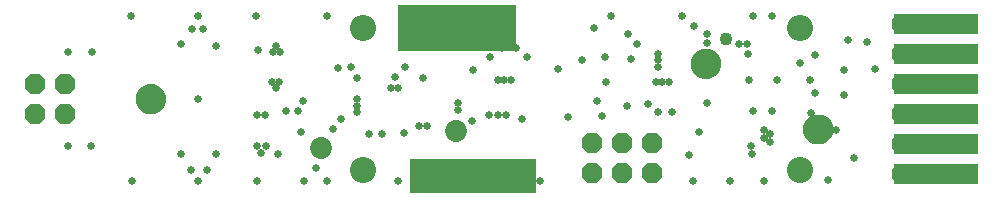
<source format=gbs>
G75*
%MOIN*%
%OFA0B0*%
%FSLAX25Y25*%
%IPPOS*%
%LPD*%
%AMOC8*
5,1,8,0,0,1.08239X$1,22.5*
%
%ADD10R,0.42126X0.11811*%
%ADD11R,0.39370X0.15748*%
%ADD12R,0.28465X0.06772*%
%ADD13OC8,0.06800*%
%ADD14C,0.04343*%
%ADD15C,0.02584*%
%ADD16C,0.04921*%
%ADD17C,0.08674*%
%ADD18C,0.02600*%
%ADD19C,0.07296*%
D10*
X0152442Y0007299D03*
D11*
X0147127Y0056512D03*
D12*
X0306753Y0057850D03*
X0306753Y0047850D03*
X0306753Y0037850D03*
X0306753Y0027850D03*
X0306753Y0017850D03*
X0306753Y0007850D03*
D13*
X0305355Y0007890D03*
X0295355Y0007890D03*
X0295355Y0017890D03*
X0305355Y0017890D03*
X0305355Y0027890D03*
X0295355Y0027890D03*
X0295355Y0037890D03*
X0305355Y0037890D03*
X0305355Y0047890D03*
X0295355Y0047890D03*
X0295355Y0057890D03*
X0305355Y0057890D03*
X0211851Y0018205D03*
X0201851Y0018205D03*
X0191851Y0018205D03*
X0191851Y0008205D03*
X0201851Y0008205D03*
X0211851Y0008205D03*
X0016300Y0027890D03*
X0006300Y0027890D03*
X0006300Y0037890D03*
X0016300Y0037890D03*
D14*
X0236694Y0052969D03*
D15*
X0205001Y0046079D03*
X0192796Y0056512D03*
X0107166Y0043126D03*
X0087481Y0014583D03*
D16*
X0042304Y0032890D02*
X0042306Y0032989D01*
X0042312Y0033088D01*
X0042322Y0033187D01*
X0042336Y0033285D01*
X0042354Y0033382D01*
X0042376Y0033479D01*
X0042401Y0033575D01*
X0042431Y0033669D01*
X0042464Y0033763D01*
X0042501Y0033855D01*
X0042542Y0033945D01*
X0042586Y0034034D01*
X0042634Y0034120D01*
X0042685Y0034205D01*
X0042740Y0034288D01*
X0042798Y0034368D01*
X0042859Y0034446D01*
X0042923Y0034522D01*
X0042990Y0034595D01*
X0043060Y0034665D01*
X0043133Y0034732D01*
X0043209Y0034796D01*
X0043287Y0034857D01*
X0043367Y0034915D01*
X0043450Y0034970D01*
X0043534Y0035021D01*
X0043621Y0035069D01*
X0043710Y0035113D01*
X0043800Y0035154D01*
X0043892Y0035191D01*
X0043986Y0035224D01*
X0044080Y0035254D01*
X0044176Y0035279D01*
X0044273Y0035301D01*
X0044370Y0035319D01*
X0044468Y0035333D01*
X0044567Y0035343D01*
X0044666Y0035349D01*
X0044765Y0035351D01*
X0044864Y0035349D01*
X0044963Y0035343D01*
X0045062Y0035333D01*
X0045160Y0035319D01*
X0045257Y0035301D01*
X0045354Y0035279D01*
X0045450Y0035254D01*
X0045544Y0035224D01*
X0045638Y0035191D01*
X0045730Y0035154D01*
X0045820Y0035113D01*
X0045909Y0035069D01*
X0045995Y0035021D01*
X0046080Y0034970D01*
X0046163Y0034915D01*
X0046243Y0034857D01*
X0046321Y0034796D01*
X0046397Y0034732D01*
X0046470Y0034665D01*
X0046540Y0034595D01*
X0046607Y0034522D01*
X0046671Y0034446D01*
X0046732Y0034368D01*
X0046790Y0034288D01*
X0046845Y0034205D01*
X0046896Y0034121D01*
X0046944Y0034034D01*
X0046988Y0033945D01*
X0047029Y0033855D01*
X0047066Y0033763D01*
X0047099Y0033669D01*
X0047129Y0033575D01*
X0047154Y0033479D01*
X0047176Y0033382D01*
X0047194Y0033285D01*
X0047208Y0033187D01*
X0047218Y0033088D01*
X0047224Y0032989D01*
X0047226Y0032890D01*
X0047224Y0032791D01*
X0047218Y0032692D01*
X0047208Y0032593D01*
X0047194Y0032495D01*
X0047176Y0032398D01*
X0047154Y0032301D01*
X0047129Y0032205D01*
X0047099Y0032111D01*
X0047066Y0032017D01*
X0047029Y0031925D01*
X0046988Y0031835D01*
X0046944Y0031746D01*
X0046896Y0031660D01*
X0046845Y0031575D01*
X0046790Y0031492D01*
X0046732Y0031412D01*
X0046671Y0031334D01*
X0046607Y0031258D01*
X0046540Y0031185D01*
X0046470Y0031115D01*
X0046397Y0031048D01*
X0046321Y0030984D01*
X0046243Y0030923D01*
X0046163Y0030865D01*
X0046080Y0030810D01*
X0045996Y0030759D01*
X0045909Y0030711D01*
X0045820Y0030667D01*
X0045730Y0030626D01*
X0045638Y0030589D01*
X0045544Y0030556D01*
X0045450Y0030526D01*
X0045354Y0030501D01*
X0045257Y0030479D01*
X0045160Y0030461D01*
X0045062Y0030447D01*
X0044963Y0030437D01*
X0044864Y0030431D01*
X0044765Y0030429D01*
X0044666Y0030431D01*
X0044567Y0030437D01*
X0044468Y0030447D01*
X0044370Y0030461D01*
X0044273Y0030479D01*
X0044176Y0030501D01*
X0044080Y0030526D01*
X0043986Y0030556D01*
X0043892Y0030589D01*
X0043800Y0030626D01*
X0043710Y0030667D01*
X0043621Y0030711D01*
X0043535Y0030759D01*
X0043450Y0030810D01*
X0043367Y0030865D01*
X0043287Y0030923D01*
X0043209Y0030984D01*
X0043133Y0031048D01*
X0043060Y0031115D01*
X0042990Y0031185D01*
X0042923Y0031258D01*
X0042859Y0031334D01*
X0042798Y0031412D01*
X0042740Y0031492D01*
X0042685Y0031575D01*
X0042634Y0031659D01*
X0042586Y0031746D01*
X0042542Y0031835D01*
X0042501Y0031925D01*
X0042464Y0032017D01*
X0042431Y0032111D01*
X0042401Y0032205D01*
X0042376Y0032301D01*
X0042354Y0032398D01*
X0042336Y0032495D01*
X0042322Y0032593D01*
X0042312Y0032692D01*
X0042306Y0032791D01*
X0042304Y0032890D01*
X0227343Y0044701D02*
X0227345Y0044800D01*
X0227351Y0044899D01*
X0227361Y0044998D01*
X0227375Y0045096D01*
X0227393Y0045193D01*
X0227415Y0045290D01*
X0227440Y0045386D01*
X0227470Y0045480D01*
X0227503Y0045574D01*
X0227540Y0045666D01*
X0227581Y0045756D01*
X0227625Y0045845D01*
X0227673Y0045931D01*
X0227724Y0046016D01*
X0227779Y0046099D01*
X0227837Y0046179D01*
X0227898Y0046257D01*
X0227962Y0046333D01*
X0228029Y0046406D01*
X0228099Y0046476D01*
X0228172Y0046543D01*
X0228248Y0046607D01*
X0228326Y0046668D01*
X0228406Y0046726D01*
X0228489Y0046781D01*
X0228573Y0046832D01*
X0228660Y0046880D01*
X0228749Y0046924D01*
X0228839Y0046965D01*
X0228931Y0047002D01*
X0229025Y0047035D01*
X0229119Y0047065D01*
X0229215Y0047090D01*
X0229312Y0047112D01*
X0229409Y0047130D01*
X0229507Y0047144D01*
X0229606Y0047154D01*
X0229705Y0047160D01*
X0229804Y0047162D01*
X0229903Y0047160D01*
X0230002Y0047154D01*
X0230101Y0047144D01*
X0230199Y0047130D01*
X0230296Y0047112D01*
X0230393Y0047090D01*
X0230489Y0047065D01*
X0230583Y0047035D01*
X0230677Y0047002D01*
X0230769Y0046965D01*
X0230859Y0046924D01*
X0230948Y0046880D01*
X0231034Y0046832D01*
X0231119Y0046781D01*
X0231202Y0046726D01*
X0231282Y0046668D01*
X0231360Y0046607D01*
X0231436Y0046543D01*
X0231509Y0046476D01*
X0231579Y0046406D01*
X0231646Y0046333D01*
X0231710Y0046257D01*
X0231771Y0046179D01*
X0231829Y0046099D01*
X0231884Y0046016D01*
X0231935Y0045932D01*
X0231983Y0045845D01*
X0232027Y0045756D01*
X0232068Y0045666D01*
X0232105Y0045574D01*
X0232138Y0045480D01*
X0232168Y0045386D01*
X0232193Y0045290D01*
X0232215Y0045193D01*
X0232233Y0045096D01*
X0232247Y0044998D01*
X0232257Y0044899D01*
X0232263Y0044800D01*
X0232265Y0044701D01*
X0232263Y0044602D01*
X0232257Y0044503D01*
X0232247Y0044404D01*
X0232233Y0044306D01*
X0232215Y0044209D01*
X0232193Y0044112D01*
X0232168Y0044016D01*
X0232138Y0043922D01*
X0232105Y0043828D01*
X0232068Y0043736D01*
X0232027Y0043646D01*
X0231983Y0043557D01*
X0231935Y0043471D01*
X0231884Y0043386D01*
X0231829Y0043303D01*
X0231771Y0043223D01*
X0231710Y0043145D01*
X0231646Y0043069D01*
X0231579Y0042996D01*
X0231509Y0042926D01*
X0231436Y0042859D01*
X0231360Y0042795D01*
X0231282Y0042734D01*
X0231202Y0042676D01*
X0231119Y0042621D01*
X0231035Y0042570D01*
X0230948Y0042522D01*
X0230859Y0042478D01*
X0230769Y0042437D01*
X0230677Y0042400D01*
X0230583Y0042367D01*
X0230489Y0042337D01*
X0230393Y0042312D01*
X0230296Y0042290D01*
X0230199Y0042272D01*
X0230101Y0042258D01*
X0230002Y0042248D01*
X0229903Y0042242D01*
X0229804Y0042240D01*
X0229705Y0042242D01*
X0229606Y0042248D01*
X0229507Y0042258D01*
X0229409Y0042272D01*
X0229312Y0042290D01*
X0229215Y0042312D01*
X0229119Y0042337D01*
X0229025Y0042367D01*
X0228931Y0042400D01*
X0228839Y0042437D01*
X0228749Y0042478D01*
X0228660Y0042522D01*
X0228574Y0042570D01*
X0228489Y0042621D01*
X0228406Y0042676D01*
X0228326Y0042734D01*
X0228248Y0042795D01*
X0228172Y0042859D01*
X0228099Y0042926D01*
X0228029Y0042996D01*
X0227962Y0043069D01*
X0227898Y0043145D01*
X0227837Y0043223D01*
X0227779Y0043303D01*
X0227724Y0043386D01*
X0227673Y0043470D01*
X0227625Y0043557D01*
X0227581Y0043646D01*
X0227540Y0043736D01*
X0227503Y0043828D01*
X0227470Y0043922D01*
X0227440Y0044016D01*
X0227415Y0044112D01*
X0227393Y0044209D01*
X0227375Y0044306D01*
X0227361Y0044404D01*
X0227351Y0044503D01*
X0227345Y0044602D01*
X0227343Y0044701D01*
X0264745Y0022850D02*
X0264747Y0022949D01*
X0264753Y0023048D01*
X0264763Y0023147D01*
X0264777Y0023245D01*
X0264795Y0023342D01*
X0264817Y0023439D01*
X0264842Y0023535D01*
X0264872Y0023629D01*
X0264905Y0023723D01*
X0264942Y0023815D01*
X0264983Y0023905D01*
X0265027Y0023994D01*
X0265075Y0024080D01*
X0265126Y0024165D01*
X0265181Y0024248D01*
X0265239Y0024328D01*
X0265300Y0024406D01*
X0265364Y0024482D01*
X0265431Y0024555D01*
X0265501Y0024625D01*
X0265574Y0024692D01*
X0265650Y0024756D01*
X0265728Y0024817D01*
X0265808Y0024875D01*
X0265891Y0024930D01*
X0265975Y0024981D01*
X0266062Y0025029D01*
X0266151Y0025073D01*
X0266241Y0025114D01*
X0266333Y0025151D01*
X0266427Y0025184D01*
X0266521Y0025214D01*
X0266617Y0025239D01*
X0266714Y0025261D01*
X0266811Y0025279D01*
X0266909Y0025293D01*
X0267008Y0025303D01*
X0267107Y0025309D01*
X0267206Y0025311D01*
X0267305Y0025309D01*
X0267404Y0025303D01*
X0267503Y0025293D01*
X0267601Y0025279D01*
X0267698Y0025261D01*
X0267795Y0025239D01*
X0267891Y0025214D01*
X0267985Y0025184D01*
X0268079Y0025151D01*
X0268171Y0025114D01*
X0268261Y0025073D01*
X0268350Y0025029D01*
X0268436Y0024981D01*
X0268521Y0024930D01*
X0268604Y0024875D01*
X0268684Y0024817D01*
X0268762Y0024756D01*
X0268838Y0024692D01*
X0268911Y0024625D01*
X0268981Y0024555D01*
X0269048Y0024482D01*
X0269112Y0024406D01*
X0269173Y0024328D01*
X0269231Y0024248D01*
X0269286Y0024165D01*
X0269337Y0024081D01*
X0269385Y0023994D01*
X0269429Y0023905D01*
X0269470Y0023815D01*
X0269507Y0023723D01*
X0269540Y0023629D01*
X0269570Y0023535D01*
X0269595Y0023439D01*
X0269617Y0023342D01*
X0269635Y0023245D01*
X0269649Y0023147D01*
X0269659Y0023048D01*
X0269665Y0022949D01*
X0269667Y0022850D01*
X0269665Y0022751D01*
X0269659Y0022652D01*
X0269649Y0022553D01*
X0269635Y0022455D01*
X0269617Y0022358D01*
X0269595Y0022261D01*
X0269570Y0022165D01*
X0269540Y0022071D01*
X0269507Y0021977D01*
X0269470Y0021885D01*
X0269429Y0021795D01*
X0269385Y0021706D01*
X0269337Y0021620D01*
X0269286Y0021535D01*
X0269231Y0021452D01*
X0269173Y0021372D01*
X0269112Y0021294D01*
X0269048Y0021218D01*
X0268981Y0021145D01*
X0268911Y0021075D01*
X0268838Y0021008D01*
X0268762Y0020944D01*
X0268684Y0020883D01*
X0268604Y0020825D01*
X0268521Y0020770D01*
X0268437Y0020719D01*
X0268350Y0020671D01*
X0268261Y0020627D01*
X0268171Y0020586D01*
X0268079Y0020549D01*
X0267985Y0020516D01*
X0267891Y0020486D01*
X0267795Y0020461D01*
X0267698Y0020439D01*
X0267601Y0020421D01*
X0267503Y0020407D01*
X0267404Y0020397D01*
X0267305Y0020391D01*
X0267206Y0020389D01*
X0267107Y0020391D01*
X0267008Y0020397D01*
X0266909Y0020407D01*
X0266811Y0020421D01*
X0266714Y0020439D01*
X0266617Y0020461D01*
X0266521Y0020486D01*
X0266427Y0020516D01*
X0266333Y0020549D01*
X0266241Y0020586D01*
X0266151Y0020627D01*
X0266062Y0020671D01*
X0265976Y0020719D01*
X0265891Y0020770D01*
X0265808Y0020825D01*
X0265728Y0020883D01*
X0265650Y0020944D01*
X0265574Y0021008D01*
X0265501Y0021075D01*
X0265431Y0021145D01*
X0265364Y0021218D01*
X0265300Y0021294D01*
X0265239Y0021372D01*
X0265181Y0021452D01*
X0265126Y0021535D01*
X0265075Y0021619D01*
X0265027Y0021706D01*
X0264983Y0021795D01*
X0264942Y0021885D01*
X0264905Y0021977D01*
X0264872Y0022071D01*
X0264842Y0022165D01*
X0264817Y0022261D01*
X0264795Y0022358D01*
X0264777Y0022455D01*
X0264763Y0022553D01*
X0264753Y0022652D01*
X0264747Y0022751D01*
X0264745Y0022850D01*
D17*
X0261300Y0009268D03*
X0115631Y0009268D03*
X0115631Y0056512D03*
X0261300Y0056512D03*
D18*
X0038662Y0005331D03*
X0058347Y0009268D03*
X0063662Y0009268D03*
X0060513Y0005331D03*
X0080394Y0005331D03*
X0096143Y0005331D03*
X0103820Y0005331D03*
X0100080Y0009858D03*
X0081772Y0014780D03*
X0080394Y0017142D03*
X0083347Y0017142D03*
X0066812Y0014583D03*
X0055001Y0014583D03*
X0025080Y0017142D03*
X0017206Y0017142D03*
X0060513Y0032890D03*
X0080198Y0027378D03*
X0082954Y0027378D03*
X0090040Y0028756D03*
X0093977Y0028756D03*
X0095552Y0032299D03*
X0086497Y0036433D03*
X0087678Y0038598D03*
X0085316Y0038598D03*
X0111694Y0043323D03*
X0113662Y0039976D03*
X0124883Y0036433D03*
X0127245Y0036433D03*
X0135513Y0039976D03*
X0126457Y0040173D03*
X0129607Y0043520D03*
X0152442Y0042339D03*
X0160513Y0039189D03*
X0162678Y0039189D03*
X0164843Y0039189D03*
X0180788Y0042732D03*
X0188662Y0045882D03*
X0196339Y0046866D03*
X0206969Y0051000D03*
X0214056Y0047850D03*
X0214056Y0045685D03*
X0214056Y0043520D03*
X0213269Y0038598D03*
X0215434Y0038598D03*
X0217796Y0038598D03*
X0196733Y0038402D03*
X0193583Y0032299D03*
X0203623Y0030528D03*
X0210513Y0031315D03*
X0213859Y0028362D03*
X0218583Y0028362D03*
X0230198Y0031512D03*
X0245552Y0028953D03*
X0252048Y0028953D03*
X0264843Y0028165D03*
X0273308Y0022457D03*
X0251457Y0021079D03*
X0249292Y0019701D03*
X0251261Y0018323D03*
X0244961Y0017142D03*
X0245355Y0014583D03*
X0224489Y0014189D03*
X0227639Y0021866D03*
X0249292Y0022457D03*
X0279213Y0013008D03*
X0270749Y0005724D03*
X0249489Y0005528D03*
X0237875Y0005331D03*
X0225670Y0005331D03*
X0174686Y0005331D03*
X0161300Y0005331D03*
X0151064Y0005528D03*
X0139056Y0005331D03*
X0127442Y0005528D03*
X0121930Y0021276D03*
X0117796Y0021276D03*
X0129213Y0021472D03*
X0134331Y0023835D03*
X0136891Y0023835D03*
X0152048Y0025606D03*
X0157757Y0027378D03*
X0160513Y0027378D03*
X0163269Y0027378D03*
X0168780Y0026197D03*
X0184135Y0026787D03*
X0195355Y0026984D03*
X0147324Y0029150D03*
X0147324Y0031512D03*
X0113662Y0030528D03*
X0113662Y0028362D03*
X0108347Y0026197D03*
X0105591Y0022654D03*
X0095158Y0021866D03*
X0113662Y0032890D03*
X0158150Y0046866D03*
X0161891Y0049819D03*
X0166615Y0049819D03*
X0170355Y0046669D03*
X0204017Y0054346D03*
X0198308Y0060449D03*
X0221930Y0060449D03*
X0226064Y0057299D03*
X0230394Y0054346D03*
X0230394Y0051394D03*
X0241024Y0051197D03*
X0243780Y0051197D03*
X0243977Y0047654D03*
X0261300Y0044701D03*
X0266221Y0047457D03*
X0277245Y0052378D03*
X0283544Y0051787D03*
X0251851Y0060449D03*
X0245552Y0060449D03*
X0275867Y0042339D03*
X0286300Y0042732D03*
X0264646Y0039189D03*
X0253623Y0039189D03*
X0244371Y0039189D03*
X0266418Y0034661D03*
X0276064Y0034071D03*
X0162875Y0060449D03*
X0133347Y0060449D03*
X0103623Y0060646D03*
X0080001Y0060449D03*
X0062481Y0056315D03*
X0058741Y0056315D03*
X0060513Y0060449D03*
X0038465Y0060449D03*
X0055001Y0051000D03*
X0066615Y0050606D03*
X0080788Y0049228D03*
X0085513Y0048638D03*
X0087875Y0048638D03*
X0086694Y0050409D03*
X0025276Y0048638D03*
X0017402Y0048638D03*
D19*
X0101654Y0016354D03*
X0146733Y0022260D03*
M02*

</source>
